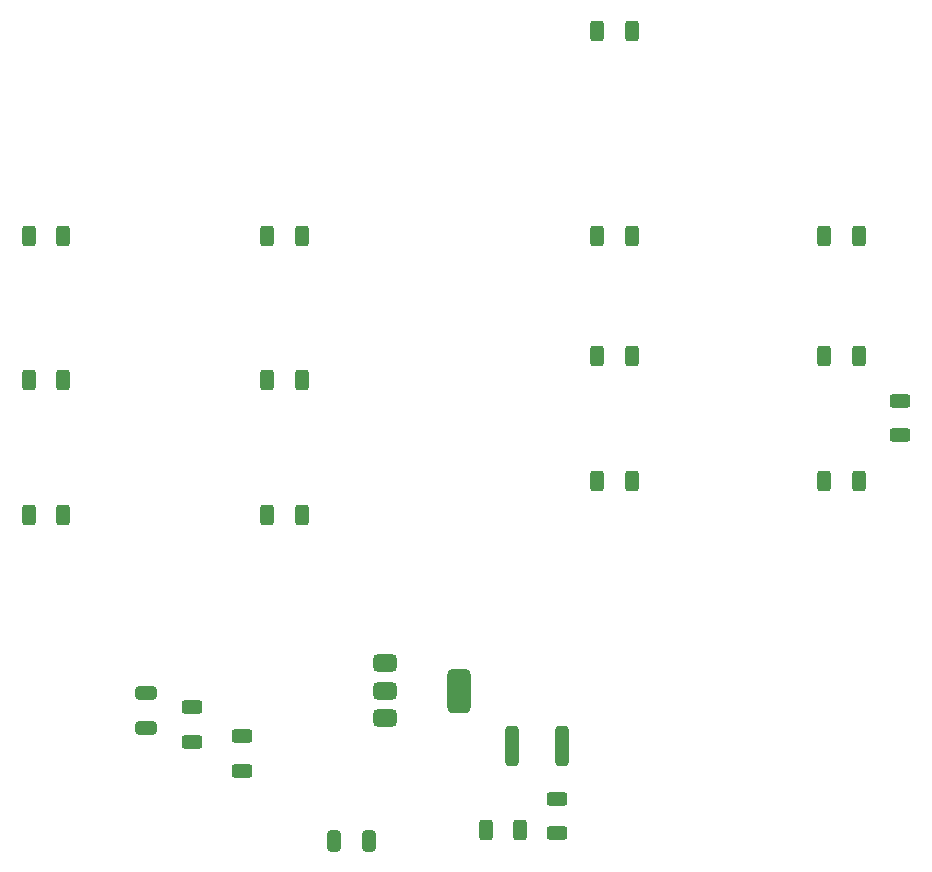
<source format=gbr>
%TF.GenerationSoftware,KiCad,Pcbnew,9.0.6-9.0.6~ubuntu24.04.1*%
%TF.CreationDate,2025-12-18T19:32:48+03:00*%
%TF.ProjectId,BoardRover2,426f6172-6452-46f7-9665-72322e6b6963,rev?*%
%TF.SameCoordinates,Original*%
%TF.FileFunction,Paste,Bot*%
%TF.FilePolarity,Positive*%
%FSLAX46Y46*%
G04 Gerber Fmt 4.6, Leading zero omitted, Abs format (unit mm)*
G04 Created by KiCad (PCBNEW 9.0.6-9.0.6~ubuntu24.04.1) date 2025-12-18 19:32:48*
%MOMM*%
%LPD*%
G01*
G04 APERTURE LIST*
G04 Aperture macros list*
%AMRoundRect*
0 Rectangle with rounded corners*
0 $1 Rounding radius*
0 $2 $3 $4 $5 $6 $7 $8 $9 X,Y pos of 4 corners*
0 Add a 4 corners polygon primitive as box body*
4,1,4,$2,$3,$4,$5,$6,$7,$8,$9,$2,$3,0*
0 Add four circle primitives for the rounded corners*
1,1,$1+$1,$2,$3*
1,1,$1+$1,$4,$5*
1,1,$1+$1,$6,$7*
1,1,$1+$1,$8,$9*
0 Add four rect primitives between the rounded corners*
20,1,$1+$1,$2,$3,$4,$5,0*
20,1,$1+$1,$4,$5,$6,$7,0*
20,1,$1+$1,$6,$7,$8,$9,0*
20,1,$1+$1,$8,$9,$2,$3,0*%
G04 Aperture macros list end*
%ADD10RoundRect,0.250000X-0.312500X-0.625000X0.312500X-0.625000X0.312500X0.625000X-0.312500X0.625000X0*%
%ADD11RoundRect,0.250000X-0.625000X0.312500X-0.625000X-0.312500X0.625000X-0.312500X0.625000X0.312500X0*%
%ADD12RoundRect,0.250000X0.312500X0.625000X-0.312500X0.625000X-0.312500X-0.625000X0.312500X-0.625000X0*%
%ADD13RoundRect,0.250000X-0.650000X0.325000X-0.650000X-0.325000X0.650000X-0.325000X0.650000X0.325000X0*%
%ADD14RoundRect,0.375000X-0.625000X-0.375000X0.625000X-0.375000X0.625000X0.375000X-0.625000X0.375000X0*%
%ADD15RoundRect,0.500000X-0.500000X-1.400000X0.500000X-1.400000X0.500000X1.400000X-0.500000X1.400000X0*%
%ADD16RoundRect,0.250000X0.625000X-0.312500X0.625000X0.312500X-0.625000X0.312500X-0.625000X-0.312500X0*%
%ADD17RoundRect,0.250000X-0.325000X-0.650000X0.325000X-0.650000X0.325000X0.650000X-0.325000X0.650000X0*%
%ADD18RoundRect,0.250000X0.312500X1.450000X-0.312500X1.450000X-0.312500X-1.450000X0.312500X-1.450000X0*%
G04 APERTURE END LIST*
D10*
%TO.C,R12*%
X187575000Y-60960000D03*
X190500000Y-60960000D03*
%TD*%
D11*
%TO.C,R11*%
X213188474Y-95206186D03*
X213188474Y-92281186D03*
%TD*%
D10*
%TO.C,R1*%
X159635000Y-90565000D03*
X162560000Y-90565000D03*
%TD*%
D12*
%TO.C,R18*%
X142380000Y-78340000D03*
X139455000Y-78340000D03*
%TD*%
D10*
%TO.C,R6*%
X187575000Y-78340000D03*
X190500000Y-78340000D03*
%TD*%
D13*
%TO.C,C2*%
X149384191Y-117050428D03*
X149384191Y-120000428D03*
%TD*%
D10*
%TO.C,R2*%
X159635000Y-101990000D03*
X162560000Y-101990000D03*
%TD*%
D14*
%TO.C,U5*%
X169570000Y-119140000D03*
X169570000Y-116840000D03*
D15*
X175870000Y-116840000D03*
D14*
X169570000Y-114540000D03*
%TD*%
D12*
%TO.C,R17*%
X142380000Y-90565000D03*
X139455000Y-90565000D03*
%TD*%
%TO.C,R19*%
X142380000Y-101990000D03*
X139455000Y-101990000D03*
%TD*%
D16*
%TO.C,R9*%
X184142500Y-128916249D03*
X184142500Y-125991249D03*
%TD*%
D10*
%TO.C,R14*%
X206817500Y-88510000D03*
X209742500Y-88510000D03*
%TD*%
D12*
%TO.C,R10*%
X181048364Y-128678013D03*
X178123364Y-128678013D03*
%TD*%
D10*
%TO.C,R3*%
X159635000Y-78340000D03*
X162560000Y-78340000D03*
%TD*%
%TO.C,R5*%
X187575000Y-88510000D03*
X190500000Y-88510000D03*
%TD*%
D17*
%TO.C,C1*%
X165300000Y-129540000D03*
X168250000Y-129540000D03*
%TD*%
D10*
%TO.C,R13*%
X206817500Y-78340000D03*
X209742500Y-78340000D03*
%TD*%
D11*
%TO.C,R4*%
X157540188Y-120714932D03*
X157540188Y-123639932D03*
%TD*%
D18*
%TO.C,F1*%
X184615000Y-121517500D03*
X180340000Y-121517500D03*
%TD*%
D10*
%TO.C,R7*%
X187575000Y-99060000D03*
X190500000Y-99060000D03*
%TD*%
D11*
%TO.C,R8*%
X153286792Y-118259363D03*
X153286792Y-121184363D03*
%TD*%
D10*
%TO.C,R15*%
X206817500Y-99060000D03*
X209742500Y-99060000D03*
%TD*%
M02*

</source>
